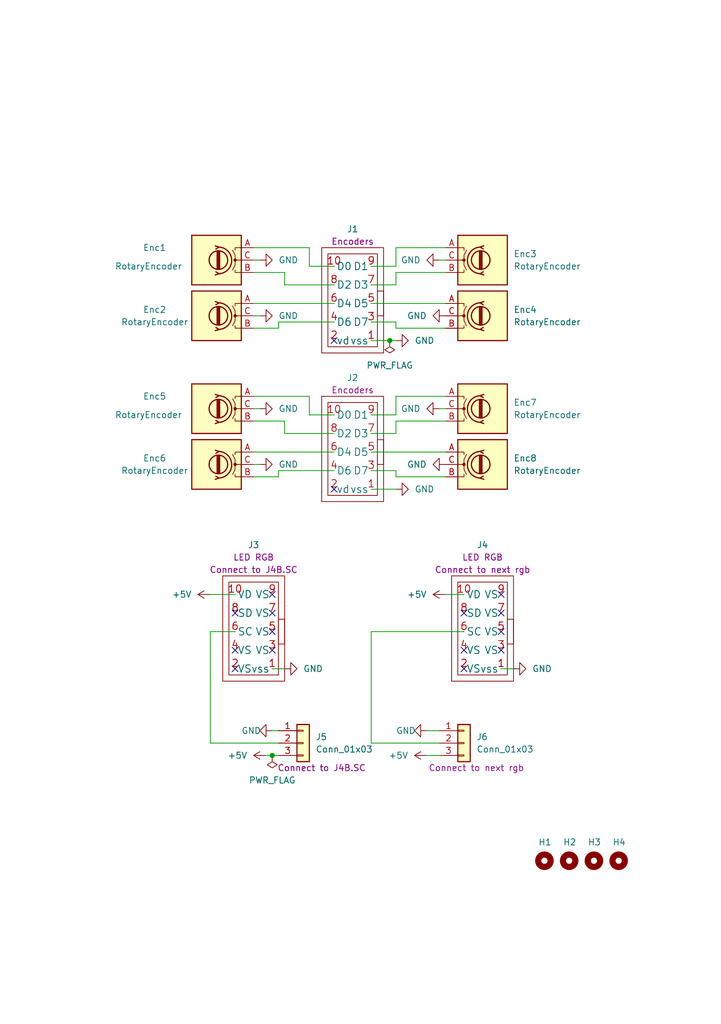
<source format=kicad_sch>
(kicad_sch (version 20230121) (generator eeschema)
  (paper "A5" portrait)
  (lib_symbols
    (symbol "Connector_Generic:Conn_01x03" (pin_names (offset 1.016) hide)
      (property "Reference" "J" (at 0 5.08 0))
      (property "Value" "Conn_01x03" (at 0 -5.08 0))
      (symbol "Conn_01x03_1_1"
        (rectangle (start -1.27 -2.413) (end 0 -2.667) (stroke (width 0.1524)))
        (rectangle (start -1.27 0.127) (end 0 -0.127) (stroke (width 0.1524)))
        (rectangle (start -1.27 2.667) (end 0 2.413) (stroke (width 0.1524)))
        (rectangle (start -1.27 3.81) (end 1.27 -3.81) (stroke (width 0.254)) (fill (type background)))
        (pin passive line (at -5.08 2.54 0) (length 3.81) (name "Pin_1") (number "1"))
        (pin passive line (at -5.08 0 0) (length 3.81) (name "Pin_2") (number "2"))
        (pin passive line (at -5.08 -2.54 0) (length 3.81) (name "Pin_3") (number "3"))
      )
    )
    (symbol "Device:RotaryEncoder" (pin_names (offset 0.254) hide)
      (property "Reference" "SW" (at 0 6.604 0))
      (property "Value" "RotaryEncoder" (at 0 -6.604 0))
      (symbol "RotaryEncoder_0_1"
        (rectangle (start -5.08 5.08) (end 5.08 -5.08) (stroke (width 0.254)) (fill (type background)))
        (circle (center -3.81 0) (radius 0.254) (fill (type outline)))
        (circle (center -0.381 0) (radius 1.905) (stroke (width 0.254)))
        (arc (start -0.381 2.667) (mid -3.0988 -0.0635) (end -0.381 -2.794) (stroke (width 0.254)))
        (polyline (pts (xy -0.635 -1.778) (xy -0.635 1.778)) (stroke (width 0.254)))
        (polyline (pts (xy -0.381 -1.778) (xy -0.381 1.778)) (stroke (width 0.254)))
        (polyline (pts (xy -0.127 1.778) (xy -0.127 -1.778)) (stroke (width 0.254)))
        (polyline (pts (xy -5.08 -2.54) (xy -3.81 -2.54) (xy -3.81 -2.032)))
        (polyline (pts (xy -5.08 2.54) (xy -3.81 2.54) (xy -3.81 2.032)))
        (polyline (pts (xy 0.254 -3.048) (xy -0.508 -2.794) (xy 0.127 -2.413)) (stroke (width 0.254)))
        (polyline (pts (xy 0.254 2.921) (xy -0.508 2.667) (xy 0.127 2.286)) (stroke (width 0.254)))
        (polyline (pts (xy -5.08 0) (xy -3.81 0) (xy -3.81 -1.016) (xy -3.302 -2.032)))
        (polyline (pts (xy -4.318 0) (xy -3.81 0) (xy -3.81 1.016) (xy -3.302 2.032)))
      )
      (symbol "RotaryEncoder_1_1"
        (pin passive line (at -7.62 2.54 0) (length 2.54) (name "A") (number "A"))
        (pin passive line (at -7.62 -2.54 0) (length 2.54) (name "B") (number "B"))
        (pin passive line (at -7.62 0 0) (length 2.54) (name "C") (number "C"))
      )
    )
    (symbol "IDC-Header_2x05_P2.54mm_Vertical_1"
      (property "Reference" "J2" (at 0 17.78 0))
      (property "Champ4" "LED RGB" (at 0 15.24 0))
      (property "Champ5" "Connect to J4B.SC" (at 0 12.7 0))
      (symbol "IDC-Header_2x05_P2.54mm_Vertical_1_0_1"
        (rectangle (start -6.35 -10.16) (end 6.35 11.43))
        (rectangle (start -5.08 -8.89) (end 5.08 10.16))
        (rectangle (start 5.08 -2.54) (end 6.35 2.54))
      )
      (symbol "IDC-Header_2x05_P2.54mm_Vertical_1_1_1"
        (pin passive line (at 3.81 -7.62 180) (length 0) (name "vss") (number "1"))
        (pin passive line (at -3.81 7.62 0) (length 0) (name "VD") (number "10"))
        (pin passive line (at -3.81 -7.62 0) (length 0) (name "VS") (number "2"))
        (pin passive line (at 3.81 -3.81 180) (length 0) (name "VS") (number "3"))
        (pin passive line (at -3.81 -3.81 0) (length 0) (name "VS") (number "4"))
        (pin passive line (at 3.81 0 180) (length 0) (name "VS") (number "5"))
        (pin passive line (at -3.81 0 0) (length 0) (name "SC") (number "6"))
        (pin passive line (at 3.81 3.81 180) (length 0) (name "VS") (number "7"))
        (pin passive line (at -3.81 3.81 0) (length 0) (name "SD") (number "8"))
        (pin passive line (at 3.81 7.62 180) (length 0) (name "VS") (number "9"))
      )
    )
    (symbol "Mechanical:MountingHole" (pin_names (offset 1.016))
      (property "Reference" "H" (at 0 5.08 0))
      (property "Value" "MountingHole" (at 0 3.175 0))
      (symbol "MountingHole_0_1"
        (circle (center 0 0) (radius 1.27) (stroke (width 1.27)))
      )
    )
    (symbol "ksir_2023:IDC-Header_2x05_P2.54mm_Vertical"
      (property "Reference" "J?" (at 0 16.51 0))
      (property "Value" "IDC-Header_2x05_P2.54mm_Vertical" (at 0 13.97 0))
      (symbol "IDC-Header_2x05_P2.54mm_Vertical_0_1"
        (rectangle (start -6.35 -10.16) (end 6.35 11.43))
        (rectangle (start -5.08 -8.89) (end 5.08 10.16))
        (rectangle (start 5.08 -2.54) (end 6.35 2.54))
      )
      (symbol "IDC-Header_2x05_P2.54mm_Vertical_1_1"
        (pin passive line (at 3.81 -7.62 180) (length 0) (name "vss") (number "1"))
        (pin passive line (at -3.81 7.62 0) (length 0) (name "D0") (number "10"))
        (pin passive line (at -3.81 -7.62 0) (length 0) (name "vd") (number "2"))
        (pin passive line (at 3.81 -3.81 180) (length 0) (name "D7") (number "3"))
        (pin passive line (at -3.81 -3.81 0) (length 0) (name "D6") (number "4"))
        (pin passive line (at 3.81 0 180) (length 0) (name "D5") (number "5"))
        (pin passive line (at -3.81 0 0) (length 0) (name "D4") (number "6"))
        (pin passive line (at 3.81 3.81 180) (length 0) (name "D3") (number "7"))
        (pin passive line (at -3.81 3.81 0) (length 0) (name "D2") (number "8"))
        (pin passive line (at 3.81 7.62 180) (length 0) (name "D1") (number "9"))
      )
    )
    (symbol "power:+5V" (power) (pin_names (offset 0))
      (property "Value" "+5V" (at 0 3.556 0))
      (symbol "+5V_0_1"
        (polyline (pts (xy -0.762 1.27) (xy 0 2.54)))
        (polyline (pts (xy 0 0) (xy 0 2.54)))
        (polyline (pts (xy 0 2.54) (xy 0.762 1.27)))
      )
      (symbol "+5V_1_1"
        (pin power_in line (at 0 0 90) (length 0) hide (name "+5V") (number "1"))
      )
    )
    (symbol "power:GND" (power) (pin_names (offset 0))
      (property "Value" "GND" (at 0 -3.81 0))
      (symbol "GND_0_1"
        (polyline (pts (xy 0 0) (xy 0 -1.27) (xy 1.27 -1.27) (xy 0 -2.54) (xy -1.27 -1.27) (xy 0 -1.27)))
      )
      (symbol "GND_1_1"
        (pin power_in line (at 0 0 270) (length 0) hide (name "GND") (number "1"))
      )
    )
    (symbol "power:PWR_FLAG" (power) (pin_numbers hide) (pin_names (offset 0) hide)
      (property "Value" "PWR_FLAG" (at 0 3.81 0))
      (symbol "PWR_FLAG_0_0"
        (pin power_out line (at 0 0 90) (length 0) (name "pwr") (number "1"))
      )
      (symbol "PWR_FLAG_0_1"
        (polyline (pts (xy 0 0) (xy 0 1.27) (xy -1.016 1.905) (xy 0 2.54) (xy 1.016 1.905) (xy 0 1.27)))
      )
    )
  )
  (junction (at 55.88 154.94))
  (junction (at 80.01 69.85))
  (no_connect (at 102.87 125.73))
  (no_connect (at 55.88 129.54))
  (no_connect (at 102.87 133.35))
  (no_connect (at 48.26 125.73))
  (no_connect (at 48.26 137.16))
  (no_connect (at 48.26 133.35))
  (no_connect (at 102.87 129.54))
  (no_connect (at 95.25 125.73))
  (no_connect (at 95.25 137.16))
  (no_connect (at 102.87 121.92))
  (no_connect (at 68.58 100.33))
  (no_connect (at 68.58 69.85))
  (no_connect (at 55.88 133.35))
  (no_connect (at 55.88 125.73))
  (no_connect (at 95.25 133.35))
  (no_connect (at 55.88 121.92))
  (wire (pts (xy 57.15 66.04) (xy 57.15 67.31)))
  (wire (pts (xy 81.28 100.33) (xy 76.2 100.33)))
  (wire (pts (xy 76.2 92.71) (xy 91.44 92.71)))
  (wire (pts (xy 91.44 67.31) (xy 81.28 67.31)))
  (wire (pts (xy 76.2 62.23) (xy 91.44 62.23)))
  (wire (pts (xy 54.61 154.94) (xy 55.88 154.94)))
  (wire (pts (xy 58.42 137.16) (xy 55.88 137.16)))
  (wire (pts (xy 43.18 129.54) (xy 48.26 129.54)))
  (wire (pts (xy 43.18 121.92) (xy 48.26 121.92)))
  (wire (pts (xy 55.88 154.94) (xy 57.15 154.94)))
  (wire (pts (xy 52.07 50.8) (xy 63.5 50.8)))
  (wire (pts (xy 87.63 149.86) (xy 90.17 149.86)))
  (wire (pts (xy 52.07 62.23) (xy 68.58 62.23)))
  (wire (pts (xy 80.01 69.85) (xy 76.2 69.85)))
  (wire (pts (xy 81.28 81.28) (xy 81.28 85.09)))
  (wire (pts (xy 57.15 96.52) (xy 57.15 97.79)))
  (wire (pts (xy 81.28 86.36) (xy 81.28 88.9)))
  (wire (pts (xy 87.63 154.94) (xy 90.17 154.94)))
  (wire (pts (xy 52.07 81.28) (xy 63.5 81.28)))
  (wire (pts (xy 81.28 54.61) (xy 76.2 54.61)))
  (wire (pts (xy 68.58 96.52) (xy 57.15 96.52)))
  (wire (pts (xy 52.07 67.31) (xy 57.15 67.31)))
  (wire (pts (xy 91.44 97.79) (xy 81.28 97.79)))
  (wire (pts (xy 63.5 54.61) (xy 68.58 54.61)))
  (wire (pts (xy 90.17 83.82) (xy 91.44 83.82)))
  (wire (pts (xy 91.44 50.8) (xy 81.28 50.8)))
  (wire (pts (xy 58.42 58.42) (xy 68.58 58.42)))
  (wire (pts (xy 52.07 55.88) (xy 58.42 55.88)))
  (wire (pts (xy 58.42 88.9) (xy 68.58 88.9)))
  (wire (pts (xy 43.18 152.4) (xy 43.18 129.54)))
  (wire (pts (xy 91.44 81.28) (xy 81.28 81.28)))
  (wire (pts (xy 76.2 129.54) (xy 95.25 129.54)))
  (wire (pts (xy 58.42 86.36) (xy 58.42 88.9)))
  (wire (pts (xy 81.28 50.8) (xy 81.28 54.61)))
  (wire (pts (xy 90.17 53.34) (xy 91.44 53.34)))
  (wire (pts (xy 81.28 88.9) (xy 76.2 88.9)))
  (wire (pts (xy 53.34 95.25) (xy 52.07 95.25)))
  (wire (pts (xy 81.28 66.04) (xy 76.2 66.04)))
  (wire (pts (xy 63.5 85.09) (xy 63.5 81.28)))
  (wire (pts (xy 52.07 97.79) (xy 57.15 97.79)))
  (wire (pts (xy 76.2 152.4) (xy 90.17 152.4)))
  (wire (pts (xy 91.44 121.92) (xy 95.25 121.92)))
  (wire (pts (xy 76.2 152.4) (xy 76.2 129.54)))
  (wire (pts (xy 81.28 58.42) (xy 76.2 58.42)))
  (wire (pts (xy 57.15 152.4) (xy 43.18 152.4)))
  (wire (pts (xy 58.42 55.88) (xy 58.42 58.42)))
  (wire (pts (xy 55.88 149.86) (xy 57.15 149.86)))
  (wire (pts (xy 63.5 85.09) (xy 68.58 85.09)))
  (wire (pts (xy 81.28 85.09) (xy 76.2 85.09)))
  (wire (pts (xy 81.28 67.31) (xy 81.28 66.04)))
  (wire (pts (xy 105.41 137.16) (xy 102.87 137.16)))
  (wire (pts (xy 52.07 92.71) (xy 68.58 92.71)))
  (wire (pts (xy 91.44 55.88) (xy 81.28 55.88)))
  (wire (pts (xy 81.28 96.52) (xy 76.2 96.52)))
  (wire (pts (xy 52.07 86.36) (xy 58.42 86.36)))
  (wire (pts (xy 81.28 69.85) (xy 80.01 69.85)))
  (wire (pts (xy 63.5 54.61) (xy 63.5 50.8)))
  (wire (pts (xy 81.28 55.88) (xy 81.28 58.42)))
  (wire (pts (xy 53.34 83.82) (xy 52.07 83.82)))
  (wire (pts (xy 68.58 66.04) (xy 57.15 66.04)))
  (wire (pts (xy 81.28 97.79) (xy 81.28 96.52)))
  (wire (pts (xy 53.34 64.77) (xy 52.07 64.77)))
  (wire (pts (xy 91.44 86.36) (xy 81.28 86.36)))
  (wire (pts (xy 53.34 53.34) (xy 52.07 53.34)))
  (symbol (lib_id "power:GND") (at 58.42 137.16 90) (unit 1)
    (property "Reference" "#PWR0118" (effects hide))
    (property "Value" "GND" (at 62.23 137.1599 90) (effects (justify right)))
  )
  (symbol (lib_id "power:GND") (at 81.28 69.85 90) (unit 1)
    (property "Reference" "#PWR0108" (effects hide))
    (property "Value" "GND" (at 85.09 69.8499 90) (effects (justify right)))
  )
  (symbol (lib_id "Device:RotaryEncoder") (at 44.45 95.25 0) (mirror y) (unit 1)
    (property "Reference" "Enc6" (at 31.75 93.98 0))
    (property "Value" "RotaryEncoder" (at 31.75 96.52 0))
    (property "Footprint" "ksir 2022:EC12E24204A8" (effects hide))
  )
  (symbol (lib_id "power:PWR_FLAG") (at 55.88 154.94 180) (unit 1)
    (property "Reference" "#FLG03" (effects hide))
    (property "Value" "PWR_FLAG" (at 55.88 160.02 0))
  )
  (symbol (lib_id "Device:RotaryEncoder") (at 99.06 64.77 0) (unit 1)
    (property "Reference" "Enc4" (at 105.41 63.4999 0) (effects (justify left)))
    (property "Value" "RotaryEncoder" (at 105.41 66.0399 0) (effects (justify left)))
    (property "Footprint" "ksir 2022:EC12E24204A8" (effects hide))
  )
  (symbol (lib_id "power:+5V") (at 87.63 154.94 90) (unit 1)
    (property "Reference" "#PWR0112" (effects hide))
    (property "Value" "+5V" (at 83.82 154.9399 90) (effects (justify left)))
  )
  (symbol (lib_id "power:GND") (at 91.44 64.77 270) (unit 1)
    (property "Reference" "#PWR0102" (effects hide))
    (property "Value" "GND" (at 87.63 64.7699 90) (effects (justify right)))
  )
  (symbol (lib_id "power:GND") (at 55.88 149.86 270) (unit 1)
    (property "Reference" "#PWR0113" (effects hide))
    (property "Value" "GND" (at 49.53 149.86 90) (effects (justify left)))
  )
  (symbol (lib_id "Device:RotaryEncoder") (at 99.06 95.25 0) (unit 1)
    (property "Reference" "Enc8" (at 105.41 93.9799 0) (effects (justify left)))
    (property "Value" "RotaryEncoder" (at 105.41 96.5199 0) (effects (justify left)))
    (property "Footprint" "ksir 2022:EC12E24204A8" (effects hide))
  )
  (symbol (lib_id "power:+5V") (at 91.44 121.92 90) (unit 1)
    (property "Reference" "#PWR0119" (effects hide))
    (property "Value" "+5V" (at 87.63 121.9199 90) (effects (justify left)))
  )
  (symbol (lib_id "Device:RotaryEncoder") (at 99.06 53.34 0) (unit 1)
    (property "Reference" "Enc3" (at 105.41 52.0699 0) (effects (justify left)))
    (property "Value" "RotaryEncoder" (at 105.41 54.6099 0) (effects (justify left)))
    (property "Footprint" "ksir 2022:EC12E24204A8" (effects hide))
  )
  (symbol (lib_id "Mechanical:MountingHole") (at 116.84 176.53 0) (unit 1)
    (property "Reference" "H2" (at 115.57 172.72 0) (effects (justify left)))
    (property "Value" "MountingHole" (effects hide))
    (property "Footprint" "MountingHole:MountingHole_3.2mm_M3" (effects hide))
  )
  (symbol (lib_id "power:+5V") (at 54.61 154.94 90) (unit 1)
    (property "Reference" "#PWR0114" (effects hide))
    (property "Value" "+5V" (at 50.8 154.9399 90) (effects (justify left)))
  )
  (symbol (lib_id "Mechanical:MountingHole") (at 121.92 176.53 0) (unit 1)
    (property "Reference" "H3" (at 120.65 172.72 0) (effects (justify left)))
    (property "Value" "MountingHole" (effects hide))
    (property "Footprint" "MountingHole:MountingHole_3.2mm_M3" (effects hide))
  )
  (symbol (lib_id "ksir_2023:IDC-Header_2x05_P2.54mm_Vertical") (at 72.39 92.71 0) (unit 1)
    (property "Reference" "J2" (at 72.39 77.47 0))
    (property "Value" "IDC-Header_2x05_P2.54mm_Vertical" (effects hide))
    (property "Footprint" "Connector_IDC:IDC-Header_2x05_P2.54mm_Vertical" (effects hide))
    (property "Champ4" "Encoders" (at 72.39 80.01 0))
  )
  (symbol (lib_id "Connector_Generic:Conn_01x03") (at 95.25 152.4 0) (unit 1)
    (property "Reference" "J6" (at 97.79 151.1299 0) (effects (justify left)))
    (property "Value" "Conn_01x03" (at 97.79 153.6699 0) (effects (justify left)))
    (property "Footprint" "Connector_PinHeader_2.54mm:PinHeader_1x03_P2.54mm_Vertical" (effects hide))
    (property "Champ4" "Connect to next rgb" (at 97.79 157.48 0))
  )
  (symbol (lib_id "Mechanical:MountingHole") (at 111.76 176.53 0) (unit 1)
    (property "Reference" "H1" (at 110.49 172.72 0) (effects (justify left)))
    (property "Value" "MountingHole" (effects hide))
    (property "Footprint" "MountingHole:MountingHole_3.2mm_M3" (effects hide))
  )
  (symbol (lib_id "power:GND") (at 91.44 95.25 270) (unit 1)
    (property "Reference" "#PWR0111" (effects hide))
    (property "Value" "GND" (at 87.63 95.2499 90) (effects (justify right)))
  )
  (symbol (lib_name "IDC-Header_2x05_P2.54mm_Vertical_1") (lib_id "ksir_2023:IDC-Header_2x05_P2.54mm_Vertical") (at 99.06 129.54 0) (unit 1)
    (property "Reference" "J4" (at 99.06 111.76 0))
    (property "Value" "IDC-Header_2x05_P2.54mm_Vertical" (effects hide))
    (property "Footprint" "Connector_IDC:IDC-Header_2x05_P2.54mm_Vertical" (effects hide))
    (property "Champ4" "LED RGB" (at 99.06 114.3 0))
    (property "Champ5" "Connect to next rgb" (at 99.06 116.84 0))
  )
  (symbol (lib_id "power:GND") (at 87.63 149.86 270) (unit 1)
    (property "Reference" "#PWR0115" (effects hide))
    (property "Value" "GND" (at 81.28 149.86 90) (effects (justify left)))
  )
  (symbol (lib_id "power:GND") (at 81.28 100.33 90) (unit 1)
    (property "Reference" "#PWR0110" (effects hide))
    (property "Value" "GND" (at 85.09 100.3299 90) (effects (justify right)))
  )
  (symbol (lib_id "Device:RotaryEncoder") (at 99.06 83.82 0) (unit 1)
    (property "Reference" "Enc7" (at 105.41 82.5499 0) (effects (justify left)))
    (property "Value" "RotaryEncoder" (at 105.41 85.0899 0) (effects (justify left)))
    (property "Footprint" "ksir 2022:EC12E24204A8" (effects hide))
  )
  (symbol (lib_id "power:PWR_FLAG") (at 80.01 69.85 180) (unit 1)
    (property "Reference" "#FLG01" (effects hide))
    (property "Value" "PWR_FLAG" (at 80.01 74.93 0))
  )
  (symbol (lib_id "Connector_Generic:Conn_01x03") (at 62.23 152.4 0) (unit 1)
    (property "Reference" "J5" (at 64.77 151.1299 0) (effects (justify left)))
    (property "Value" "Conn_01x03" (at 64.77 153.6699 0) (effects (justify left)))
    (property "Footprint" "Connector_PinHeader_2.54mm:PinHeader_1x03_P2.54mm_Vertical" (effects hide))
    (property "in" "Connect to J4B.SC" (at 66.04 157.48 0))
  )
  (symbol (lib_id "power:GND") (at 90.17 53.34 270) (unit 1)
    (property "Reference" "#PWR0101" (effects hide))
    (property "Value" "GND" (at 86.36 53.3399 90) (effects (justify right)))
  )
  (symbol (lib_id "Device:RotaryEncoder") (at 44.45 83.82 0) (mirror y) (unit 1)
    (property "Reference" "Enc5" (at 31.75 81.28 0))
    (property "Value" "RotaryEncoder" (at 30.48 85.09 0))
    (property "Footprint" "ksir 2022:EC12E24204A8" (effects hide))
  )
  (symbol (lib_name "IDC-Header_2x05_P2.54mm_Vertical_1") (lib_id "ksir_2023:IDC-Header_2x05_P2.54mm_Vertical") (at 52.07 129.54 0) (unit 1)
    (property "Reference" "J3" (at 52.07 111.76 0))
    (property "Value" "IDC-Header_2x05_P2.54mm_Vertical" (effects hide))
    (property "Footprint" "Connector_IDC:IDC-Header_2x05_P2.54mm_Vertical" (effects hide))
    (property "Champ4" "LED RGB" (at 52.07 114.3 0))
    (property "Champ5" "Connect to J4B.SC" (at 52.07 116.84 0))
  )
  (symbol (lib_id "Mechanical:MountingHole") (at 127 176.53 0) (unit 1)
    (property "Reference" "H4" (at 125.73 172.72 0) (effects (justify left)))
    (property "Value" "MountingHole" (effects hide))
    (property "Footprint" "MountingHole:MountingHole_3.2mm_M3" (effects hide))
  )
  (symbol (lib_id "Device:RotaryEncoder") (at 44.45 64.77 0) (mirror y) (unit 1)
    (property "Reference" "Enc2" (at 31.75 63.5 0))
    (property "Value" "RotaryEncoder" (at 31.75 66.04 0))
    (property "Footprint" "ksir 2022:EC12E24204A8" (effects hide))
  )
  (symbol (lib_id "power:GND") (at 53.34 53.34 90) (unit 1)
    (property "Reference" "#PWR0104" (effects hide))
    (property "Value" "GND" (at 57.15 53.3399 90) (effects (justify right)))
  )
  (symbol (lib_id "power:+5V") (at 43.18 121.92 90) (unit 1)
    (property "Reference" "#PWR0117" (effects hide))
    (property "Value" "+5V" (at 39.37 121.9199 90) (effects (justify left)))
  )
  (symbol (lib_id "power:GND") (at 53.34 95.25 90) (unit 1)
    (property "Reference" "#PWR0107" (effects hide))
    (property "Value" "GND" (at 57.15 95.2499 90) (effects (justify right)))
  )
  (symbol (lib_id "power:GND") (at 53.34 83.82 90) (unit 1)
    (property "Reference" "#PWR0105" (effects hide))
    (property "Value" "GND" (at 57.15 83.8199 90) (effects (justify right)))
  )
  (symbol (lib_id "power:GND") (at 53.34 64.77 90) (unit 1)
    (property "Reference" "#PWR0103" (effects hide))
    (property "Value" "GND" (at 57.15 64.7699 90) (effects (justify right)))
  )
  (symbol (lib_id "ksir_2023:IDC-Header_2x05_P2.54mm_Vertical") (at 72.39 62.23 0) (unit 1)
    (property "Reference" "J1" (at 72.39 46.99 0))
    (property "Value" "IDC-Header_2x05_P2.54mm_Vertical" (effects hide))
    (property "Footprint" "Connector_IDC:IDC-Header_2x05_P2.54mm_Vertical" (effects hide))
    (property "Champ4" "Encoders" (at 72.39 49.53 0))
  )
  (symbol (lib_id "Device:RotaryEncoder") (at 44.45 53.34 0) (mirror y) (unit 1)
    (property "Reference" "Enc1" (at 31.75 50.8 0))
    (property "Value" "RotaryEncoder" (at 30.48 54.61 0))
    (property "Footprint" "ksir 2022:EC12E24204A8" (effects hide))
  )
  (symbol (lib_id "power:GND") (at 105.41 137.16 90) (unit 1)
    (property "Reference" "#PWR0120" (effects hide))
    (property "Value" "GND" (at 109.22 137.1599 90) (effects (justify right)))
  )
  (symbol (lib_id "power:GND") (at 90.17 83.82 270) (unit 1)
    (property "Reference" "#PWR0116" (effects hide))
    (property "Value" "GND" (at 86.36 83.8199 90) (effects (justify right)))
  )
)
</source>
